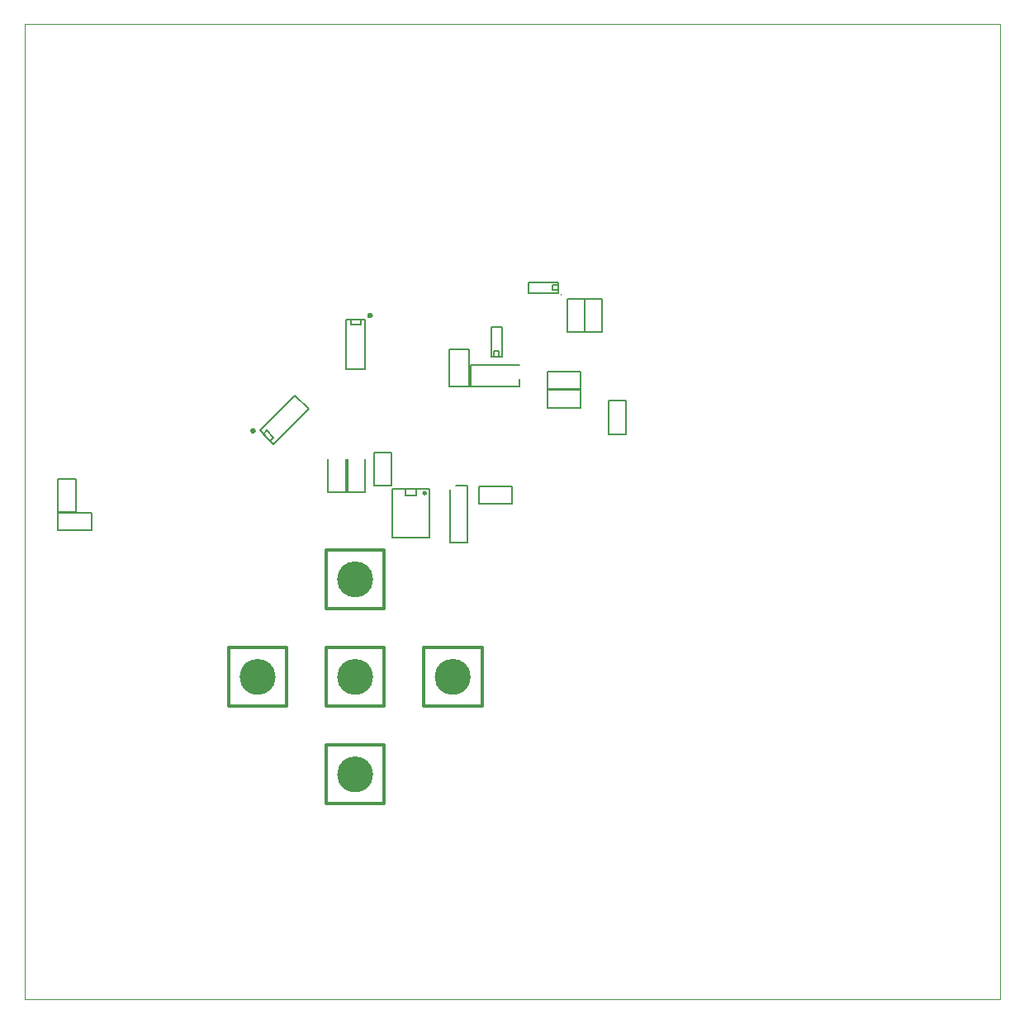
<source format=gbr>
%FSLAX34Y34*%
%MOMM*%
%LNSILK_BOTTOM*%
G71*
G01*
%ADD10C, 0.002*%
%ADD11C, 0.150*%
%ADD12C, 0.300*%
%ADD13C, 0.000*%
%ADD14C, 0.200*%
%ADD15C, 0.100*%
%LPD*%
G54D10*
X250Y50D02*
X1000250Y50D01*
X1000250Y-999950D01*
X250Y-999950D01*
X250Y50D01*
G54D11*
X489809Y-340900D02*
X479109Y-340900D01*
X479109Y-310700D01*
X489809Y-310700D01*
X489809Y-340900D01*
G54D11*
X487009Y-340900D02*
X481909Y-340900D01*
X481909Y-335300D01*
X487009Y-335300D01*
X487009Y-340900D01*
G54D11*
X507648Y-363384D02*
X507648Y-371097D01*
X457648Y-371097D01*
X457648Y-349097D01*
X507648Y-349097D01*
G54D11*
X455738Y-371100D02*
X435737Y-371100D01*
X435737Y-333100D01*
X455738Y-333100D01*
X455738Y-371100D01*
G54D11*
X415466Y-526258D02*
X415466Y-476258D01*
X377465Y-476258D01*
X377465Y-526258D01*
X415466Y-526258D01*
G54D11*
X401966Y-482858D02*
X401965Y-476258D01*
X390965Y-476257D01*
X390965Y-482858D01*
X401966Y-482858D01*
G54D12*
G75*
G01X411462Y-480831D02*
G03X411462Y-480831I-1000J0D01*
G01*
G36*
G75*
G01X411462Y-480831D02*
G03X411462Y-480831I-1000J0D01*
G01*
G37*
X411462Y-480831D01*
G54D11*
X442386Y-473029D02*
X454434Y-473029D01*
X454434Y-507029D01*
G54D11*
X466052Y-491980D02*
X466052Y-473980D01*
X500052Y-473979D01*
X500052Y-491980D01*
X466052Y-491980D01*
G54D11*
X255717Y-430662D02*
X241575Y-416520D01*
X277708Y-380387D01*
X291851Y-394529D01*
X255717Y-430662D01*
G54D11*
X252182Y-427126D02*
X245111Y-420056D01*
X248646Y-416519D01*
X255717Y-423591D01*
X252182Y-427126D01*
G54D11*
X34837Y-500672D02*
X34837Y-518672D01*
X68837Y-518672D01*
X68837Y-500672D01*
X34837Y-500672D01*
G54D11*
X436433Y-476998D02*
X436433Y-507029D01*
G54D11*
X436433Y-497173D02*
X436433Y-531173D01*
X454433Y-531173D01*
X454433Y-497173D01*
G54D11*
X592572Y-315608D02*
X574572Y-315608D01*
X574572Y-281608D01*
X592572Y-281608D01*
X592572Y-315608D01*
G54D11*
X574712Y-315608D02*
X556712Y-315608D01*
X556712Y-281608D01*
X574712Y-281608D01*
X574712Y-315608D01*
G54D11*
X52899Y-466111D02*
X34900Y-466110D01*
X34900Y-500110D01*
X52899Y-500111D01*
X52899Y-466111D01*
G54D11*
X329880Y-302792D02*
X349880Y-302792D01*
X349880Y-353892D01*
X329880Y-353892D01*
X329880Y-302792D01*
G54D11*
X334880Y-302792D02*
X344880Y-302792D01*
X344880Y-307792D01*
X334880Y-307792D01*
X334880Y-302792D01*
G54D13*
G75*
G01X237053Y-416878D02*
G03X237053Y-416878I-2500J0D01*
G01*
G36*
G75*
G01X237053Y-416878D02*
G03X237053Y-416878I-2500J0D01*
G01*
G37*
X237053Y-416878D01*
G54D13*
G75*
G01X356909Y-298610D02*
G03X356909Y-298610I-2500J0D01*
G01*
G36*
G75*
G01X356909Y-298610D02*
G03X356909Y-298610I-2500J0D01*
G01*
G37*
X356909Y-298610D01*
G54D11*
X331759Y-445694D02*
X331759Y-479694D01*
X349759Y-479694D01*
X349759Y-445694D01*
G54D11*
X329759Y-445694D02*
X329759Y-479694D01*
X311759Y-479694D01*
X311759Y-445694D01*
G54D11*
X536806Y-393056D02*
X536806Y-375056D01*
X570806Y-375056D01*
X570806Y-393056D01*
X536806Y-393056D01*
G54D11*
X547215Y-275313D02*
X547215Y-264614D01*
X517015Y-264613D01*
X517015Y-275313D01*
X547215Y-275313D01*
G54D11*
X547215Y-272514D02*
X547215Y-267413D01*
X541615Y-267413D01*
X541615Y-272513D01*
X547215Y-272514D01*
G54D14*
G75*
G01X550846Y-277357D02*
G03X550846Y-277357I-500J0D01*
G01*
G54D11*
X617224Y-420092D02*
X599224Y-420092D01*
X599223Y-386092D01*
X617224Y-386092D01*
X617224Y-420092D01*
G54D11*
X536806Y-374006D02*
X536806Y-356006D01*
X570806Y-356006D01*
X570806Y-374006D01*
X536806Y-374006D01*
G54D12*
X309340Y-639096D02*
X369340Y-639096D01*
X369340Y-699096D01*
X309340Y-699096D01*
X309340Y-639096D01*
G54D15*
G75*
G01X357340Y-669096D02*
G03X357340Y-669096I-18000J0D01*
G01*
G36*
G75*
G01X357340Y-669096D02*
G03X357340Y-669096I-18000J0D01*
G01*
G37*
X357340Y-669096D01*
G54D12*
X309340Y-739096D02*
X369340Y-739096D01*
X369340Y-799096D01*
X309340Y-799096D01*
X309340Y-739096D01*
G54D15*
G75*
G01X357340Y-769096D02*
G03X357340Y-769096I-18000J0D01*
G01*
G36*
G75*
G01X357340Y-769096D02*
G03X357340Y-769096I-18000J0D01*
G01*
G37*
X357340Y-769096D01*
G54D12*
X409340Y-639096D02*
X469340Y-639096D01*
X469340Y-699096D01*
X409340Y-699096D01*
X409340Y-639096D01*
G54D15*
G75*
G01X457340Y-669096D02*
G03X457340Y-669096I-18000J0D01*
G01*
G36*
G75*
G01X457340Y-669096D02*
G03X457340Y-669096I-18000J0D01*
G01*
G37*
X457340Y-669096D01*
G54D12*
X209340Y-639096D02*
X269340Y-639096D01*
X269340Y-699096D01*
X209340Y-699096D01*
X209340Y-639096D01*
G54D15*
G75*
G01X257340Y-669096D02*
G03X257340Y-669096I-18000J0D01*
G01*
G36*
G75*
G01X257340Y-669096D02*
G03X257340Y-669096I-18000J0D01*
G01*
G37*
X257340Y-669096D01*
G54D12*
X309340Y-539096D02*
X369340Y-539096D01*
X369340Y-599096D01*
X309340Y-599096D01*
X309340Y-539096D01*
G54D15*
G75*
G01X357340Y-569096D02*
G03X357340Y-569096I-18000J0D01*
G01*
G36*
G75*
G01X357340Y-569096D02*
G03X357340Y-569096I-18000J0D01*
G01*
G37*
X357340Y-569096D01*
G54D11*
X376965Y-473020D02*
X358965Y-473020D01*
X358965Y-439020D01*
X376965Y-439020D01*
X376965Y-473020D01*
M02*

</source>
